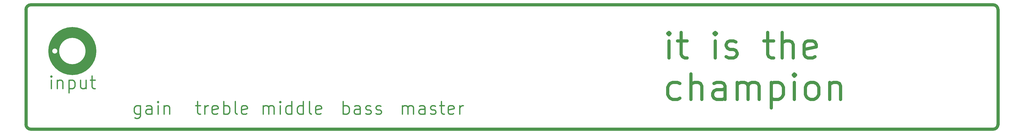
<source format=gto>
G04 #@! TF.GenerationSoftware,KiCad,Pcbnew,5.1.10-88a1d61d58~90~ubuntu20.04.1*
G04 #@! TF.CreationDate,2021-08-18T08:02:32-04:00*
G04 #@! TF.ProjectId,single_ended_tube_amp_faceplate,73696e67-6c65-45f6-956e-6465645f7475,rev?*
G04 #@! TF.SameCoordinates,Original*
G04 #@! TF.FileFunction,Legend,Top*
G04 #@! TF.FilePolarity,Positive*
%FSLAX46Y46*%
G04 Gerber Fmt 4.6, Leading zero omitted, Abs format (unit mm)*
G04 Created by KiCad (PCBNEW 5.1.10-88a1d61d58~90~ubuntu20.04.1) date 2021-08-18 08:02:32*
%MOMM*%
%LPD*%
G01*
G04 APERTURE LIST*
%ADD10C,4.318000*%
%ADD11C,1.270000*%
%ADD12C,0.508000*%
%ADD13C,0.150000*%
%ADD14C,2.000000*%
G04 APERTURE END LIST*
D10*
X26455309Y-19050000D02*
G75*
G03*
X26455309Y-19050000I-7405309J0D01*
G01*
D11*
X255974547Y-21741190D02*
X255974547Y-14967857D01*
X255974547Y-11581190D02*
X255490738Y-12065000D01*
X255974547Y-12548809D01*
X256458357Y-12065000D01*
X255974547Y-11581190D01*
X255974547Y-12548809D01*
X259361214Y-14967857D02*
X263231690Y-14967857D01*
X260812642Y-11581190D02*
X260812642Y-20289761D01*
X261296452Y-21257380D01*
X262264071Y-21741190D01*
X263231690Y-21741190D01*
X274359309Y-21741190D02*
X274359309Y-14967857D01*
X274359309Y-11581190D02*
X273875500Y-12065000D01*
X274359309Y-12548809D01*
X274843119Y-12065000D01*
X274359309Y-11581190D01*
X274359309Y-12548809D01*
X278713595Y-21257380D02*
X279681214Y-21741190D01*
X281616452Y-21741190D01*
X282584071Y-21257380D01*
X283067880Y-20289761D01*
X283067880Y-19805952D01*
X282584071Y-18838333D01*
X281616452Y-18354523D01*
X280165023Y-18354523D01*
X279197404Y-17870714D01*
X278713595Y-16903095D01*
X278713595Y-16419285D01*
X279197404Y-15451666D01*
X280165023Y-14967857D01*
X281616452Y-14967857D01*
X282584071Y-15451666D01*
X293711690Y-14967857D02*
X297582166Y-14967857D01*
X295163119Y-11581190D02*
X295163119Y-20289761D01*
X295646928Y-21257380D01*
X296614547Y-21741190D01*
X297582166Y-21741190D01*
X300968833Y-21741190D02*
X300968833Y-11581190D01*
X305323119Y-21741190D02*
X305323119Y-16419285D01*
X304839309Y-15451666D01*
X303871690Y-14967857D01*
X302420261Y-14967857D01*
X301452642Y-15451666D01*
X300968833Y-15935476D01*
X314031690Y-21257380D02*
X313064071Y-21741190D01*
X311128833Y-21741190D01*
X310161214Y-21257380D01*
X309677404Y-20289761D01*
X309677404Y-16419285D01*
X310161214Y-15451666D01*
X311128833Y-14967857D01*
X313064071Y-14967857D01*
X314031690Y-15451666D01*
X314515500Y-16419285D01*
X314515500Y-17386904D01*
X309677404Y-18354523D01*
X260328833Y-37767380D02*
X259361214Y-38251190D01*
X257425976Y-38251190D01*
X256458357Y-37767380D01*
X255974547Y-37283571D01*
X255490738Y-36315952D01*
X255490738Y-33413095D01*
X255974547Y-32445476D01*
X256458357Y-31961666D01*
X257425976Y-31477857D01*
X259361214Y-31477857D01*
X260328833Y-31961666D01*
X264683119Y-38251190D02*
X264683119Y-28091190D01*
X269037404Y-38251190D02*
X269037404Y-32929285D01*
X268553595Y-31961666D01*
X267585976Y-31477857D01*
X266134547Y-31477857D01*
X265166928Y-31961666D01*
X264683119Y-32445476D01*
X278229785Y-38251190D02*
X278229785Y-32929285D01*
X277745976Y-31961666D01*
X276778357Y-31477857D01*
X274843119Y-31477857D01*
X273875500Y-31961666D01*
X278229785Y-37767380D02*
X277262166Y-38251190D01*
X274843119Y-38251190D01*
X273875500Y-37767380D01*
X273391690Y-36799761D01*
X273391690Y-35832142D01*
X273875500Y-34864523D01*
X274843119Y-34380714D01*
X277262166Y-34380714D01*
X278229785Y-33896904D01*
X283067880Y-38251190D02*
X283067880Y-31477857D01*
X283067880Y-32445476D02*
X283551690Y-31961666D01*
X284519309Y-31477857D01*
X285970738Y-31477857D01*
X286938357Y-31961666D01*
X287422166Y-32929285D01*
X287422166Y-38251190D01*
X287422166Y-32929285D02*
X287905976Y-31961666D01*
X288873595Y-31477857D01*
X290325023Y-31477857D01*
X291292642Y-31961666D01*
X291776452Y-32929285D01*
X291776452Y-38251190D01*
X296614547Y-31477857D02*
X296614547Y-41637857D01*
X296614547Y-31961666D02*
X297582166Y-31477857D01*
X299517404Y-31477857D01*
X300485023Y-31961666D01*
X300968833Y-32445476D01*
X301452642Y-33413095D01*
X301452642Y-36315952D01*
X300968833Y-37283571D01*
X300485023Y-37767380D01*
X299517404Y-38251190D01*
X297582166Y-38251190D01*
X296614547Y-37767380D01*
X305806928Y-38251190D02*
X305806928Y-31477857D01*
X305806928Y-28091190D02*
X305323119Y-28575000D01*
X305806928Y-29058809D01*
X306290738Y-28575000D01*
X305806928Y-28091190D01*
X305806928Y-29058809D01*
X312096452Y-38251190D02*
X311128833Y-37767380D01*
X310645023Y-37283571D01*
X310161214Y-36315952D01*
X310161214Y-33413095D01*
X310645023Y-32445476D01*
X311128833Y-31961666D01*
X312096452Y-31477857D01*
X313547880Y-31477857D01*
X314515500Y-31961666D01*
X314999309Y-32445476D01*
X315483119Y-33413095D01*
X315483119Y-36315952D01*
X314999309Y-37283571D01*
X314515500Y-37767380D01*
X313547880Y-38251190D01*
X312096452Y-38251190D01*
X319837404Y-31477857D02*
X319837404Y-38251190D01*
X319837404Y-32445476D02*
X320321214Y-31961666D01*
X321288833Y-31477857D01*
X322740261Y-31477857D01*
X323707880Y-31961666D01*
X324191690Y-32929285D01*
X324191690Y-38251190D01*
X384810000Y-50165000D02*
X2540000Y-50165000D01*
X384810000Y-635000D02*
X2540000Y-635000D01*
X386715000Y-48260000D02*
X386715000Y-2540000D01*
X386715000Y-48260000D02*
G75*
G02*
X384810000Y-50165000I-1905000J0D01*
G01*
X384810000Y-635000D02*
G75*
G02*
X386715000Y-2540000I0J-1905000D01*
G01*
X2540000Y-50165000D02*
G75*
G02*
X635000Y-48260000I0J1905000D01*
G01*
X635000Y-2540000D02*
G75*
G02*
X2540000Y-635000I1905000J0D01*
G01*
X635000Y-2540000D02*
X635000Y-48260000D01*
D12*
X150192619Y-44208095D02*
X150192619Y-40821428D01*
X150192619Y-41305238D02*
X150434523Y-41063333D01*
X150918333Y-40821428D01*
X151644047Y-40821428D01*
X152127857Y-41063333D01*
X152369761Y-41547142D01*
X152369761Y-44208095D01*
X152369761Y-41547142D02*
X152611666Y-41063333D01*
X153095476Y-40821428D01*
X153821190Y-40821428D01*
X154305000Y-41063333D01*
X154546904Y-41547142D01*
X154546904Y-44208095D01*
X159143095Y-44208095D02*
X159143095Y-41547142D01*
X158901190Y-41063333D01*
X158417380Y-40821428D01*
X157449761Y-40821428D01*
X156965952Y-41063333D01*
X159143095Y-43966190D02*
X158659285Y-44208095D01*
X157449761Y-44208095D01*
X156965952Y-43966190D01*
X156724047Y-43482380D01*
X156724047Y-42998571D01*
X156965952Y-42514761D01*
X157449761Y-42272857D01*
X158659285Y-42272857D01*
X159143095Y-42030952D01*
X161320238Y-43966190D02*
X161804047Y-44208095D01*
X162771666Y-44208095D01*
X163255476Y-43966190D01*
X163497380Y-43482380D01*
X163497380Y-43240476D01*
X163255476Y-42756666D01*
X162771666Y-42514761D01*
X162045952Y-42514761D01*
X161562142Y-42272857D01*
X161320238Y-41789047D01*
X161320238Y-41547142D01*
X161562142Y-41063333D01*
X162045952Y-40821428D01*
X162771666Y-40821428D01*
X163255476Y-41063333D01*
X164948809Y-40821428D02*
X166884047Y-40821428D01*
X165674523Y-39128095D02*
X165674523Y-43482380D01*
X165916428Y-43966190D01*
X166400238Y-44208095D01*
X166884047Y-44208095D01*
X170512619Y-43966190D02*
X170028809Y-44208095D01*
X169061190Y-44208095D01*
X168577380Y-43966190D01*
X168335476Y-43482380D01*
X168335476Y-41547142D01*
X168577380Y-41063333D01*
X169061190Y-40821428D01*
X170028809Y-40821428D01*
X170512619Y-41063333D01*
X170754523Y-41547142D01*
X170754523Y-42030952D01*
X168335476Y-42514761D01*
X172931666Y-44208095D02*
X172931666Y-40821428D01*
X172931666Y-41789047D02*
X173173571Y-41305238D01*
X173415476Y-41063333D01*
X173899285Y-40821428D01*
X174383095Y-40821428D01*
X126644702Y-44208095D02*
X126644702Y-39128095D01*
X126644702Y-41063333D02*
X127128511Y-40821428D01*
X128096130Y-40821428D01*
X128579940Y-41063333D01*
X128821845Y-41305238D01*
X129063750Y-41789047D01*
X129063750Y-43240476D01*
X128821845Y-43724285D01*
X128579940Y-43966190D01*
X128096130Y-44208095D01*
X127128511Y-44208095D01*
X126644702Y-43966190D01*
X133418035Y-44208095D02*
X133418035Y-41547142D01*
X133176130Y-41063333D01*
X132692321Y-40821428D01*
X131724702Y-40821428D01*
X131240892Y-41063333D01*
X133418035Y-43966190D02*
X132934226Y-44208095D01*
X131724702Y-44208095D01*
X131240892Y-43966190D01*
X130998988Y-43482380D01*
X130998988Y-42998571D01*
X131240892Y-42514761D01*
X131724702Y-42272857D01*
X132934226Y-42272857D01*
X133418035Y-42030952D01*
X135595178Y-43966190D02*
X136078988Y-44208095D01*
X137046607Y-44208095D01*
X137530416Y-43966190D01*
X137772321Y-43482380D01*
X137772321Y-43240476D01*
X137530416Y-42756666D01*
X137046607Y-42514761D01*
X136320892Y-42514761D01*
X135837083Y-42272857D01*
X135595178Y-41789047D01*
X135595178Y-41547142D01*
X135837083Y-41063333D01*
X136320892Y-40821428D01*
X137046607Y-40821428D01*
X137530416Y-41063333D01*
X139707559Y-43966190D02*
X140191369Y-44208095D01*
X141158988Y-44208095D01*
X141642797Y-43966190D01*
X141884702Y-43482380D01*
X141884702Y-43240476D01*
X141642797Y-42756666D01*
X141158988Y-42514761D01*
X140433273Y-42514761D01*
X139949464Y-42272857D01*
X139707559Y-41789047D01*
X139707559Y-41547142D01*
X139949464Y-41063333D01*
X140433273Y-40821428D01*
X141158988Y-40821428D01*
X141642797Y-41063333D01*
X94872023Y-44208095D02*
X94872023Y-40821428D01*
X94872023Y-41305238D02*
X95113928Y-41063333D01*
X95597738Y-40821428D01*
X96323452Y-40821428D01*
X96807261Y-41063333D01*
X97049166Y-41547142D01*
X97049166Y-44208095D01*
X97049166Y-41547142D02*
X97291071Y-41063333D01*
X97774880Y-40821428D01*
X98500595Y-40821428D01*
X98984404Y-41063333D01*
X99226309Y-41547142D01*
X99226309Y-44208095D01*
X101645357Y-44208095D02*
X101645357Y-40821428D01*
X101645357Y-39128095D02*
X101403452Y-39370000D01*
X101645357Y-39611904D01*
X101887261Y-39370000D01*
X101645357Y-39128095D01*
X101645357Y-39611904D01*
X106241547Y-44208095D02*
X106241547Y-39128095D01*
X106241547Y-43966190D02*
X105757738Y-44208095D01*
X104790119Y-44208095D01*
X104306309Y-43966190D01*
X104064404Y-43724285D01*
X103822500Y-43240476D01*
X103822500Y-41789047D01*
X104064404Y-41305238D01*
X104306309Y-41063333D01*
X104790119Y-40821428D01*
X105757738Y-40821428D01*
X106241547Y-41063333D01*
X110837738Y-44208095D02*
X110837738Y-39128095D01*
X110837738Y-43966190D02*
X110353928Y-44208095D01*
X109386309Y-44208095D01*
X108902500Y-43966190D01*
X108660595Y-43724285D01*
X108418690Y-43240476D01*
X108418690Y-41789047D01*
X108660595Y-41305238D01*
X108902500Y-41063333D01*
X109386309Y-40821428D01*
X110353928Y-40821428D01*
X110837738Y-41063333D01*
X113982500Y-44208095D02*
X113498690Y-43966190D01*
X113256785Y-43482380D01*
X113256785Y-39128095D01*
X117852976Y-43966190D02*
X117369166Y-44208095D01*
X116401547Y-44208095D01*
X115917738Y-43966190D01*
X115675833Y-43482380D01*
X115675833Y-41547142D01*
X115917738Y-41063333D01*
X116401547Y-40821428D01*
X117369166Y-40821428D01*
X117852976Y-41063333D01*
X118094880Y-41547142D01*
X118094880Y-42030952D01*
X115675833Y-42514761D01*
X68058392Y-40821428D02*
X69993630Y-40821428D01*
X68784107Y-39128095D02*
X68784107Y-43482380D01*
X69026011Y-43966190D01*
X69509821Y-44208095D01*
X69993630Y-44208095D01*
X71686964Y-44208095D02*
X71686964Y-40821428D01*
X71686964Y-41789047D02*
X71928869Y-41305238D01*
X72170773Y-41063333D01*
X72654583Y-40821428D01*
X73138392Y-40821428D01*
X76766964Y-43966190D02*
X76283154Y-44208095D01*
X75315535Y-44208095D01*
X74831726Y-43966190D01*
X74589821Y-43482380D01*
X74589821Y-41547142D01*
X74831726Y-41063333D01*
X75315535Y-40821428D01*
X76283154Y-40821428D01*
X76766964Y-41063333D01*
X77008869Y-41547142D01*
X77008869Y-42030952D01*
X74589821Y-42514761D01*
X79186011Y-44208095D02*
X79186011Y-39128095D01*
X79186011Y-41063333D02*
X79669821Y-40821428D01*
X80637440Y-40821428D01*
X81121250Y-41063333D01*
X81363154Y-41305238D01*
X81605059Y-41789047D01*
X81605059Y-43240476D01*
X81363154Y-43724285D01*
X81121250Y-43966190D01*
X80637440Y-44208095D01*
X79669821Y-44208095D01*
X79186011Y-43966190D01*
X84507916Y-44208095D02*
X84024107Y-43966190D01*
X83782202Y-43482380D01*
X83782202Y-39128095D01*
X88378392Y-43966190D02*
X87894583Y-44208095D01*
X86926964Y-44208095D01*
X86443154Y-43966190D01*
X86201250Y-43482380D01*
X86201250Y-41547142D01*
X86443154Y-41063333D01*
X86926964Y-40821428D01*
X87894583Y-40821428D01*
X88378392Y-41063333D01*
X88620297Y-41547142D01*
X88620297Y-42030952D01*
X86201250Y-42514761D01*
X46082857Y-40821428D02*
X46082857Y-44933809D01*
X45840952Y-45417619D01*
X45599047Y-45659523D01*
X45115238Y-45901428D01*
X44389523Y-45901428D01*
X43905714Y-45659523D01*
X46082857Y-43966190D02*
X45599047Y-44208095D01*
X44631428Y-44208095D01*
X44147619Y-43966190D01*
X43905714Y-43724285D01*
X43663809Y-43240476D01*
X43663809Y-41789047D01*
X43905714Y-41305238D01*
X44147619Y-41063333D01*
X44631428Y-40821428D01*
X45599047Y-40821428D01*
X46082857Y-41063333D01*
X50679047Y-44208095D02*
X50679047Y-41547142D01*
X50437142Y-41063333D01*
X49953333Y-40821428D01*
X48985714Y-40821428D01*
X48501904Y-41063333D01*
X50679047Y-43966190D02*
X50195238Y-44208095D01*
X48985714Y-44208095D01*
X48501904Y-43966190D01*
X48260000Y-43482380D01*
X48260000Y-42998571D01*
X48501904Y-42514761D01*
X48985714Y-42272857D01*
X50195238Y-42272857D01*
X50679047Y-42030952D01*
X53098095Y-44208095D02*
X53098095Y-40821428D01*
X53098095Y-39128095D02*
X52856190Y-39370000D01*
X53098095Y-39611904D01*
X53340000Y-39370000D01*
X53098095Y-39128095D01*
X53098095Y-39611904D01*
X55517142Y-40821428D02*
X55517142Y-44208095D01*
X55517142Y-41305238D02*
X55759047Y-41063333D01*
X56242857Y-40821428D01*
X56968571Y-40821428D01*
X57452380Y-41063333D01*
X57694285Y-41547142D01*
X57694285Y-44208095D01*
X10704285Y-34048095D02*
X10704285Y-30661428D01*
X10704285Y-28968095D02*
X10462380Y-29210000D01*
X10704285Y-29451904D01*
X10946190Y-29210000D01*
X10704285Y-28968095D01*
X10704285Y-29451904D01*
X13123333Y-30661428D02*
X13123333Y-34048095D01*
X13123333Y-31145238D02*
X13365238Y-30903333D01*
X13849047Y-30661428D01*
X14574761Y-30661428D01*
X15058571Y-30903333D01*
X15300476Y-31387142D01*
X15300476Y-34048095D01*
X17719523Y-30661428D02*
X17719523Y-35741428D01*
X17719523Y-30903333D02*
X18203333Y-30661428D01*
X19170952Y-30661428D01*
X19654761Y-30903333D01*
X19896666Y-31145238D01*
X20138571Y-31629047D01*
X20138571Y-33080476D01*
X19896666Y-33564285D01*
X19654761Y-33806190D01*
X19170952Y-34048095D01*
X18203333Y-34048095D01*
X17719523Y-33806190D01*
X24492857Y-30661428D02*
X24492857Y-34048095D01*
X22315714Y-30661428D02*
X22315714Y-33322380D01*
X22557619Y-33806190D01*
X23041428Y-34048095D01*
X23767142Y-34048095D01*
X24250952Y-33806190D01*
X24492857Y-33564285D01*
X26186190Y-30661428D02*
X28121428Y-30661428D01*
X26911904Y-28968095D02*
X26911904Y-33322380D01*
X27153809Y-33806190D01*
X27637619Y-34048095D01*
X28121428Y-34048095D01*
D13*
X13465000Y-19050000D02*
G75*
G03*
X13465000Y-19050000I-1400000J0D01*
G01*
%LPC*%
D14*
X12065000Y-19050000D03*
M02*

</source>
